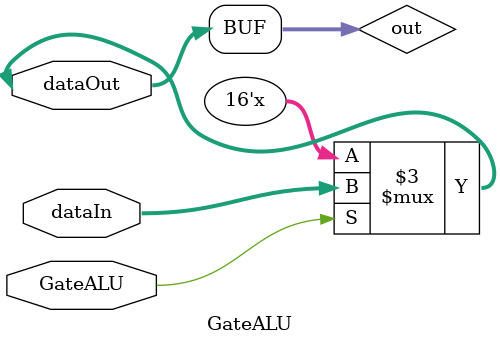
<source format=sv>
module GateALU( input logic GateALU,
					input logic [15:0] dataIn,
					inout [15:0] dataOut);
logic [15:0] out;
					
//always_ff @ (posedge Clk)
always_comb
begin
	if (GateALU)
		out <= dataIn;
	else
		out <= 16'bZZZZZZZZZZZZZZZZ;
end
assign dataOut = out;
endmodule
</source>
